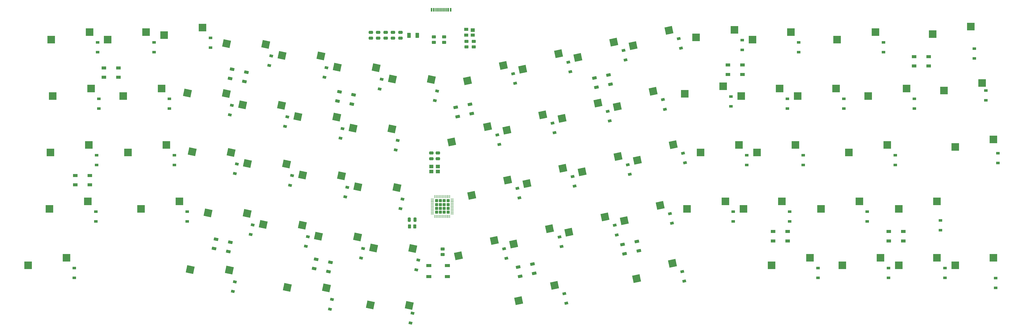
<source format=gbr>
G04 #@! TF.GenerationSoftware,KiCad,Pcbnew,(6.0.1)*
G04 #@! TF.CreationDate,2022-08-01T23:00:38+09:00*
G04 #@! TF.ProjectId,Skeleton68_underglow,536b656c-6574-46f6-9e36-385f756e6465,rev?*
G04 #@! TF.SameCoordinates,Original*
G04 #@! TF.FileFunction,Paste,Bot*
G04 #@! TF.FilePolarity,Positive*
%FSLAX46Y46*%
G04 Gerber Fmt 4.6, Leading zero omitted, Abs format (unit mm)*
G04 Created by KiCad (PCBNEW (6.0.1)) date 2022-08-01 23:00:38*
%MOMM*%
%LPD*%
G01*
G04 APERTURE LIST*
G04 Aperture macros list*
%AMRoundRect*
0 Rectangle with rounded corners*
0 $1 Rounding radius*
0 $2 $3 $4 $5 $6 $7 $8 $9 X,Y pos of 4 corners*
0 Add a 4 corners polygon primitive as box body*
4,1,4,$2,$3,$4,$5,$6,$7,$8,$9,$2,$3,0*
0 Add four circle primitives for the rounded corners*
1,1,$1+$1,$2,$3*
1,1,$1+$1,$4,$5*
1,1,$1+$1,$6,$7*
1,1,$1+$1,$8,$9*
0 Add four rect primitives between the rounded corners*
20,1,$1+$1,$2,$3,$4,$5,0*
20,1,$1+$1,$4,$5,$6,$7,0*
20,1,$1+$1,$6,$7,$8,$9,0*
20,1,$1+$1,$8,$9,$2,$3,0*%
%AMRotRect*
0 Rectangle, with rotation*
0 The origin of the aperture is its center*
0 $1 length*
0 $2 width*
0 $3 Rotation angle, in degrees counterclockwise*
0 Add horizontal line*
21,1,$1,$2,0,0,$3*%
G04 Aperture macros list end*
%ADD10RotRect,2.550000X2.500000X192.000000*%
%ADD11RotRect,0.900000X1.200000X102.000000*%
%ADD12R,1.200000X0.900000*%
%ADD13RotRect,2.550000X2.500000X168.000000*%
%ADD14RoundRect,0.250000X-0.275000X-0.275000X0.275000X-0.275000X0.275000X0.275000X-0.275000X0.275000X0*%
%ADD15RoundRect,0.062500X-0.475000X-0.062500X0.475000X-0.062500X0.475000X0.062500X-0.475000X0.062500X0*%
%ADD16RoundRect,0.062500X-0.062500X-0.475000X0.062500X-0.475000X0.062500X0.475000X-0.062500X0.475000X0*%
%ADD17RotRect,0.900000X1.200000X78.000000*%
%ADD18R,2.550000X2.500000*%
%ADD19RoundRect,0.250000X-0.475000X0.250000X-0.475000X-0.250000X0.475000X-0.250000X0.475000X0.250000X0*%
%ADD20RoundRect,0.250000X0.450000X-0.262500X0.450000X0.262500X-0.450000X0.262500X-0.450000X-0.262500X0*%
%ADD21RoundRect,0.250000X-0.450000X0.262500X-0.450000X-0.262500X0.450000X-0.262500X0.450000X0.262500X0*%
%ADD22RotRect,1.500000X1.000000X168.000000*%
%ADD23R,1.400000X1.200000*%
%ADD24RoundRect,0.250000X0.375000X0.625000X-0.375000X0.625000X-0.375000X-0.625000X0.375000X-0.625000X0*%
%ADD25R,1.400000X1.000000*%
%ADD26RoundRect,0.250000X0.262500X0.450000X-0.262500X0.450000X-0.262500X-0.450000X0.262500X-0.450000X0*%
%ADD27RotRect,1.500000X1.000000X348.000000*%
%ADD28R,1.800000X1.100000*%
%ADD29RoundRect,0.250000X0.250000X0.475000X-0.250000X0.475000X-0.250000X-0.475000X0.250000X-0.475000X0*%
%ADD30R,1.500000X1.000000*%
%ADD31RotRect,1.500000X1.000000X192.000000*%
%ADD32RotRect,1.500000X1.000000X12.000000*%
%ADD33R,0.600000X1.160000*%
%ADD34R,0.300000X1.160000*%
%ADD35RoundRect,0.250000X0.475000X-0.250000X0.475000X0.250000X-0.475000X0.250000X-0.475000X-0.250000X0*%
G04 APERTURE END LIST*
D10*
X224163129Y-57163859D03*
X236279547Y-51991690D03*
D11*
X184377554Y-69904144D03*
X183691446Y-66676256D03*
D12*
X42028000Y-20700000D03*
X42028000Y-17400000D03*
X345080000Y-100270000D03*
X345080000Y-96970000D03*
D13*
X104254020Y-21822051D03*
X117426630Y-22025230D03*
D11*
X203011254Y-65943444D03*
X202325146Y-62715556D03*
X233522854Y-39982344D03*
X232836746Y-36754456D03*
D14*
X156430000Y-74750000D03*
X157730000Y-73450000D03*
X156430000Y-70850000D03*
X160330000Y-74750000D03*
X160330000Y-72150000D03*
X160330000Y-70850000D03*
X159030000Y-70850000D03*
X157730000Y-72150000D03*
X156430000Y-73450000D03*
X157730000Y-74750000D03*
X159030000Y-74750000D03*
X157730000Y-70850000D03*
X159030000Y-73450000D03*
X159030000Y-72150000D03*
X160330000Y-73450000D03*
X156430000Y-72150000D03*
D15*
X155042500Y-75300000D03*
X155042500Y-74800000D03*
X155042500Y-74300000D03*
X155042500Y-73800000D03*
X155042500Y-73300000D03*
X155042500Y-72800000D03*
X155042500Y-72300000D03*
X155042500Y-71800000D03*
X155042500Y-71300000D03*
X155042500Y-70800000D03*
X155042500Y-70300000D03*
D16*
X155880000Y-69462500D03*
X156380000Y-69462500D03*
X156880000Y-69462500D03*
X157380000Y-69462500D03*
X157880000Y-69462500D03*
X158380000Y-69462500D03*
X158880000Y-69462500D03*
X159380000Y-69462500D03*
X159880000Y-69462500D03*
X160380000Y-69462500D03*
X160880000Y-69462500D03*
D15*
X161717500Y-70300000D03*
X161717500Y-70800000D03*
X161717500Y-71300000D03*
X161717500Y-71800000D03*
X161717500Y-72300000D03*
X161717500Y-72800000D03*
X161717500Y-73300000D03*
X161717500Y-73800000D03*
X161717500Y-74300000D03*
X161717500Y-74800000D03*
X161717500Y-75300000D03*
D16*
X160880000Y-76137500D03*
X160380000Y-76137500D03*
X159880000Y-76137500D03*
X159380000Y-76137500D03*
X158880000Y-76137500D03*
X158380000Y-76137500D03*
X157880000Y-76137500D03*
X157380000Y-76137500D03*
X156880000Y-76137500D03*
X156380000Y-76137500D03*
X155880000Y-76137500D03*
D17*
X99993546Y-25200044D03*
X100679654Y-21972156D03*
D18*
X327623500Y-33655000D03*
X340550500Y-31115000D03*
D11*
X201611654Y-27289744D03*
X200925546Y-24061856D03*
D13*
X109610120Y-42436051D03*
X122782730Y-42639230D03*
D10*
X186895629Y-65085259D03*
X199012047Y-59913090D03*
D17*
X137260946Y-33121444D03*
X137947054Y-29893556D03*
D18*
X312383500Y-92710000D03*
X325310500Y-90170000D03*
D12*
X307204000Y-20700000D03*
X307204000Y-17400000D03*
D18*
X323813500Y-14605000D03*
X336740500Y-12065000D03*
D19*
X156850000Y-54780000D03*
X156850000Y-56680000D03*
D10*
X204129729Y-22470859D03*
X216246147Y-17298690D03*
D20*
X158460000Y-89032500D03*
X158460000Y-87207500D03*
D10*
X198773629Y-43084959D03*
X210890047Y-37912790D03*
D12*
X67936000Y-58800000D03*
X67936000Y-55500000D03*
D10*
X163837529Y-89462059D03*
X175953947Y-84289890D03*
D18*
X259996000Y-73660000D03*
X272923000Y-71120000D03*
D21*
X155500000Y-15587500D03*
X155500000Y-17412500D03*
D17*
X87679846Y-101458844D03*
X88365954Y-98230956D03*
X88345346Y-61675344D03*
X89031454Y-58447456D03*
D18*
X331433500Y-52705000D03*
X344360500Y-50165000D03*
D13*
X92605820Y-58297251D03*
X105778430Y-58500430D03*
D22*
X120609120Y-91664347D03*
X119943803Y-94794420D03*
X115150880Y-93775653D03*
X115816197Y-90645580D03*
D13*
X85620320Y-17861251D03*
X98792930Y-18064430D03*
D12*
X345870000Y-58150000D03*
X345870000Y-54850000D03*
D11*
X235854254Y-78438044D03*
X235168146Y-75210156D03*
D10*
X219738629Y-77579859D03*
X231855047Y-72407690D03*
D11*
X177621754Y-51864544D03*
X176935646Y-48636656D03*
X198586754Y-86359444D03*
X197900646Y-83131556D03*
D10*
X205529429Y-61124559D03*
X217645847Y-55952390D03*
D12*
X275581000Y-77850000D03*
X275581000Y-74550000D03*
D18*
X259234000Y-35560000D03*
X272161000Y-33020000D03*
D12*
X280153000Y-58800000D03*
X280153000Y-55500000D03*
X327968500Y-96900000D03*
X327968500Y-93600000D03*
D10*
X223897929Y-97145159D03*
X236014347Y-91972990D03*
D18*
X240946000Y-73660000D03*
X253873000Y-71120000D03*
D10*
X201104929Y-81540659D03*
X213221347Y-76368490D03*
X222763429Y-18510159D03*
X234879847Y-13337990D03*
X182471229Y-85501359D03*
X194587647Y-80329190D03*
D13*
X116595720Y-82872051D03*
X129768330Y-83075230D03*
X72342720Y-34514651D03*
X85515330Y-34717830D03*
D17*
X106979146Y-65636044D03*
X107665254Y-62408156D03*
D18*
X50731800Y-35560000D03*
X63658800Y-33020000D03*
X278284000Y-35560000D03*
X291211000Y-33020000D03*
D17*
X155894746Y-37082144D03*
X156580854Y-33854256D03*
D12*
X41435600Y-77850000D03*
X41435600Y-74550000D03*
X80128000Y-19176000D03*
X80128000Y-15876000D03*
D18*
X26157500Y-54610000D03*
X39084500Y-52070000D03*
D10*
X166862329Y-30392359D03*
X178978747Y-25220190D03*
D23*
X154700000Y-59350000D03*
X156900000Y-59350000D03*
X156900000Y-61050000D03*
X154700000Y-61050000D03*
D17*
X93701546Y-82289344D03*
X94387654Y-79061456D03*
D13*
X106113120Y-100119551D03*
X119285730Y-100322730D03*
D18*
X291619000Y-16510000D03*
X304546000Y-13970000D03*
D10*
X168261929Y-69046059D03*
X180378347Y-63873890D03*
D13*
X141521420Y-29743451D03*
X154694030Y-29946630D03*
D24*
X149900000Y-15000000D03*
X147100000Y-15000000D03*
D10*
X184102929Y-104630059D03*
X196219347Y-99457890D03*
D23*
X168600000Y-13230000D03*
D25*
X168600000Y-14950000D03*
X166400000Y-14950000D03*
X166400000Y-13050000D03*
D18*
X264568000Y-54610000D03*
X277495000Y-52070000D03*
D22*
X86829120Y-84864347D03*
X86163803Y-87994420D03*
X81370880Y-86975653D03*
X82036197Y-83845580D03*
D26*
X149122500Y-79570000D03*
X147297500Y-79570000D03*
D12*
X274819000Y-39750000D03*
X274819000Y-36450000D03*
D13*
X134063720Y-106060651D03*
X147236330Y-106263830D03*
D27*
X123000880Y-37250653D03*
X123666197Y-34120580D03*
X128459120Y-35139347D03*
X127793803Y-38269420D03*
D10*
X161506229Y-51006459D03*
X173622647Y-45834290D03*
D19*
X134250000Y-14050000D03*
X134250000Y-15950000D03*
D12*
X337910000Y-22820000D03*
X337910000Y-19520000D03*
D28*
X153860000Y-92770000D03*
X160060000Y-92770000D03*
X153860000Y-96470000D03*
X160060000Y-96470000D03*
D13*
X122887720Y-25782751D03*
X136060330Y-25985930D03*
D29*
X149160000Y-77280000D03*
X147260000Y-77280000D03*
D12*
X326480000Y-80820000D03*
X326480000Y-77520000D03*
D18*
X295598600Y-54610000D03*
X308525600Y-52070000D03*
D13*
X128243820Y-46396751D03*
X141416430Y-46599930D03*
D17*
X105349746Y-45814144D03*
X106035854Y-42586256D03*
D11*
X196255454Y-47903844D03*
X195569346Y-44675956D03*
D12*
X341790000Y-37010000D03*
X341790000Y-33710000D03*
D13*
X129873220Y-66218751D03*
X143045830Y-66421930D03*
D18*
X269521500Y-92710000D03*
X282448500Y-90170000D03*
X331433500Y-92710000D03*
X344360500Y-90170000D03*
X286190000Y-73660000D03*
X299117000Y-71120000D03*
D12*
X311183600Y-58800000D03*
X311183600Y-55500000D03*
D21*
X159000000Y-15587500D03*
X159000000Y-17412500D03*
D13*
X90976420Y-38475351D03*
X104149030Y-38678530D03*
D18*
X26919800Y-35560000D03*
X39846800Y-33020000D03*
D11*
X238879054Y-19368344D03*
X238192946Y-16140456D03*
D13*
X73972120Y-54336551D03*
X87144730Y-54539730D03*
D11*
X182977854Y-31250444D03*
X182291746Y-28022556D03*
D12*
X261103000Y-58800000D03*
X261103000Y-55500000D03*
D10*
X217407329Y-39124259D03*
X229523747Y-33952090D03*
D21*
X169000000Y-17087500D03*
X169000000Y-18912500D03*
D17*
X149602646Y-94171544D03*
X150288754Y-90943656D03*
D18*
X245518000Y-54610000D03*
X258445000Y-52070000D03*
D30*
X254725000Y-28270000D03*
X254725000Y-25070000D03*
X259625000Y-25070000D03*
X259625000Y-28270000D03*
D17*
X118627246Y-29160744D03*
X119313354Y-25932856D03*
D12*
X61078000Y-20700000D03*
X61078000Y-17400000D03*
D30*
X274865000Y-81267500D03*
X274865000Y-84467500D03*
X269965000Y-84467500D03*
X269965000Y-81267500D03*
D18*
X45493000Y-16510000D03*
X58420000Y-13970000D03*
D12*
X308918500Y-96900000D03*
X308918500Y-93600000D03*
D31*
X188753803Y-92223080D03*
X189419120Y-95353153D03*
X184626197Y-96371920D03*
X183960880Y-93241847D03*
D32*
X210343697Y-32554420D03*
X209678380Y-29424347D03*
X214471303Y-28405580D03*
X215136620Y-31535653D03*
D18*
X240184000Y-34798000D03*
X253111000Y-32258000D03*
D11*
X200218554Y-105488244D03*
X199532446Y-102260356D03*
D33*
X154760000Y-6385000D03*
X155560000Y-6385000D03*
D34*
X156710000Y-6385000D03*
X157710000Y-6385000D03*
X158210000Y-6385000D03*
X159210000Y-6385000D03*
D33*
X160360000Y-6385000D03*
X161160000Y-6385000D03*
X161160000Y-6385000D03*
X160360000Y-6385000D03*
D34*
X159710000Y-6385000D03*
X158710000Y-6385000D03*
X157210000Y-6385000D03*
X156210000Y-6385000D03*
D33*
X155560000Y-6385000D03*
X154760000Y-6385000D03*
D18*
X26443000Y-16510000D03*
X39370000Y-13970000D03*
D13*
X111217920Y-62242451D03*
X124390530Y-62445630D03*
D12*
X255769000Y-38988000D03*
X255769000Y-35688000D03*
D18*
X64543000Y-14986000D03*
X77470000Y-12446000D03*
D30*
X313917500Y-81267500D03*
X313917500Y-84467500D03*
X309017500Y-84467500D03*
X309017500Y-81267500D03*
D17*
X112335246Y-86250144D03*
X113021354Y-83022256D03*
D12*
X293869000Y-39750000D03*
X293869000Y-36450000D03*
D31*
X223996303Y-84603080D03*
X224661620Y-87733153D03*
X219868697Y-88751920D03*
X219203380Y-85621847D03*
D12*
X42504800Y-39750000D03*
X42504800Y-36450000D03*
D17*
X147656946Y-112113944D03*
X148343054Y-108886056D03*
D12*
X256531000Y-77850000D03*
X256531000Y-74550000D03*
D17*
X86716046Y-41853344D03*
X87402154Y-38625456D03*
D12*
X41742500Y-58800000D03*
X41742500Y-55500000D03*
D13*
X97961920Y-78911351D03*
X111134530Y-79114530D03*
X79328220Y-74950651D03*
X92500830Y-75153830D03*
D18*
X52351000Y-54610000D03*
X65278000Y-52070000D03*
D13*
X135229420Y-86832751D03*
X148402030Y-87035930D03*
D11*
X240278654Y-58022044D03*
X239592546Y-54794156D03*
D35*
X154670000Y-56680000D03*
X154670000Y-54780000D03*
D12*
X301775000Y-77850000D03*
X301775000Y-74550000D03*
D30*
X317590000Y-25412500D03*
X317590000Y-22212500D03*
X322490000Y-22212500D03*
X322490000Y-25412500D03*
D11*
X220245354Y-23329044D03*
X219559246Y-20101156D03*
X240013454Y-98003344D03*
X239327346Y-94775456D03*
D19*
X144250000Y-14050000D03*
X144250000Y-15950000D03*
D17*
X130968946Y-90210844D03*
X131655054Y-86982956D03*
D12*
X34218000Y-96900000D03*
X34218000Y-93600000D03*
D18*
X293333500Y-92710000D03*
X306260500Y-90170000D03*
X263044000Y-16510000D03*
X275971000Y-13970000D03*
D30*
X39420000Y-62340000D03*
X39420000Y-65540000D03*
X34520000Y-65540000D03*
X34520000Y-62340000D03*
D12*
X285106500Y-96900000D03*
X285106500Y-93600000D03*
X317682000Y-39750000D03*
X317682000Y-36450000D03*
X278629000Y-20700000D03*
X278629000Y-17400000D03*
D19*
X141750000Y-14050000D03*
X141750000Y-15950000D03*
D12*
X259579000Y-19938000D03*
X259579000Y-16638000D03*
D21*
X166500000Y-17087500D03*
X166500000Y-18912500D03*
D17*
X142617146Y-53735544D03*
X143303254Y-50507656D03*
D11*
X217220554Y-82398744D03*
X216534446Y-79170856D03*
D17*
X123983446Y-49774844D03*
X124669554Y-46546956D03*
D32*
X163546197Y-42434420D03*
X162880880Y-39304347D03*
X167673803Y-38285580D03*
X168339120Y-41415653D03*
D18*
X18633000Y-92710000D03*
X31560000Y-90170000D03*
D10*
X185496029Y-26431659D03*
X197612447Y-21259490D03*
D17*
X125612846Y-69596744D03*
X126298954Y-66368856D03*
D19*
X136750000Y-14050000D03*
X136750000Y-15950000D03*
D18*
X56732500Y-73660000D03*
X69659500Y-71120000D03*
D30*
X44222500Y-29222500D03*
X44222500Y-26022500D03*
X49122500Y-26022500D03*
X49122500Y-29222500D03*
D12*
X72317500Y-77850000D03*
X72317500Y-74550000D03*
D18*
X302097000Y-35560000D03*
X315024000Y-33020000D03*
D13*
X73306620Y-94120051D03*
X86479230Y-94323230D03*
D12*
X66316800Y-39750000D03*
X66316800Y-36450000D03*
D19*
X139250000Y-14050000D03*
X139250000Y-15950000D03*
D17*
X120486446Y-107458244D03*
X121172554Y-104230356D03*
D11*
X221644954Y-61982744D03*
X220958846Y-58754856D03*
D18*
X25850600Y-73660000D03*
X38777600Y-71120000D03*
D27*
X86805880Y-29630653D03*
X87471197Y-26500580D03*
X92264120Y-27519347D03*
X91598803Y-30649420D03*
D11*
X179953054Y-90320144D03*
X179266946Y-87092256D03*
D17*
X144246546Y-73557444D03*
X144932654Y-70329556D03*
D18*
X243994000Y-15748000D03*
X256921000Y-13208000D03*
X312383500Y-73660000D03*
X325310500Y-71120000D03*
D11*
X214889154Y-43943144D03*
X214203046Y-40715256D03*
D10*
X180139929Y-47045659D03*
X192256347Y-41873490D03*
M02*

</source>
